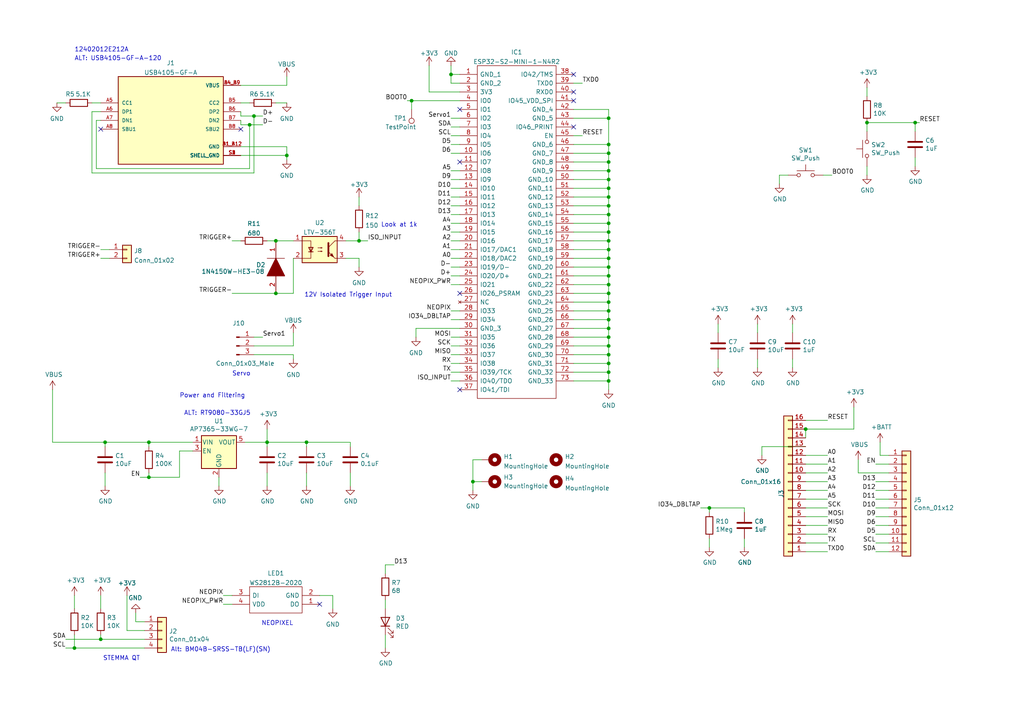
<source format=kicad_sch>
(kicad_sch (version 20211123) (generator eeschema)
  (paper "A4")
  (title_block (title "MiniMain ESP32-S2") (rev "2") (company "Department Of Alchemy") (comment 1 "Designer: Jesse Peterson") (comment 2 "Based On: Adafruit ESP32-S2 Feather"))
  (lib_symbols
    (symbol "Connector:Conn_01x03_Male" (pin_names (offset 1.016) hide)
      (property "Reference" "J" (at 0 5.08 0))
      (property "Value" "Conn_01x03_Male" (at 0 -5.08 0))
      (symbol "Conn_01x03_Male_1_1"
        (pin passive line (at 5.08 2.54 180) (length 3.81) (name "Pin_1") (number "1"))
        (pin passive line (at 5.08 0 180) (length 3.81) (name "Pin_2") (number "2"))
        (pin passive line (at 5.08 -2.54 180) (length 3.81) (name "Pin_3") (number "3"))
      )
    )
    (symbol "Connector:TestPoint" (pin_numbers hide) (pin_names (offset 0.762) hide)
      (property "Reference" "TP" (at 0 6.858 0))
      (property "Value" "TestPoint" (at 0 5.08 0))
      (symbol "TestPoint_1_1"
        (pin passive line (at 0 0 90) (length 2.54) (name "1") (number "1"))
      )
    )
    (symbol "Connector_Generic:Conn_01x02" (pin_names (offset 1.016) hide)
      (property "Reference" "J" (at 0 2.54 0))
      (property "Value" "Conn_01x02" (at 0 -5.08 0))
      (symbol "Conn_01x02_1_1"
        (pin passive line (at -5.08 0 0) (length 3.81) (name "Pin_1") (number "1"))
        (pin passive line (at -5.08 -2.54 0) (length 3.81) (name "Pin_2") (number "2"))
      )
    )
    (symbol "Connector_Generic:Conn_01x04" (pin_names (offset 1.016) hide)
      (property "Reference" "J" (at 0 5.08 0))
      (property "Value" "Conn_01x04" (at 0 -7.62 0))
      (symbol "Conn_01x04_1_1"
        (pin passive line (at -5.08 2.54 0) (length 3.81) (name "Pin_1") (number "1"))
        (pin passive line (at -5.08 0 0) (length 3.81) (name "Pin_2") (number "2"))
        (pin passive line (at -5.08 -2.54 0) (length 3.81) (name "Pin_3") (number "3"))
        (pin passive line (at -5.08 -5.08 0) (length 3.81) (name "Pin_4") (number "4"))
      )
    )
    (symbol "Connector_Generic:Conn_01x12" (pin_names (offset 1.016) hide)
      (property "Reference" "J" (at 0 15.24 0))
      (property "Value" "Conn_01x12" (at 0 -17.78 0))
      (symbol "Conn_01x12_1_1"
        (pin passive line (at -5.08 12.7 0) (length 3.81) (name "Pin_1") (number "1"))
        (pin passive line (at -5.08 -10.16 0) (length 3.81) (name "Pin_10") (number "10"))
        (pin passive line (at -5.08 -12.7 0) (length 3.81) (name "Pin_11") (number "11"))
        (pin passive line (at -5.08 -15.24 0) (length 3.81) (name "Pin_12") (number "12"))
        (pin passive line (at -5.08 10.16 0) (length 3.81) (name "Pin_2") (number "2"))
        (pin passive line (at -5.08 7.62 0) (length 3.81) (name "Pin_3") (number "3"))
        (pin passive line (at -5.08 5.08 0) (length 3.81) (name "Pin_4") (number "4"))
        (pin passive line (at -5.08 2.54 0) (length 3.81) (name "Pin_5") (number "5"))
        (pin passive line (at -5.08 0 0) (length 3.81) (name "Pin_6") (number "6"))
        (pin passive line (at -5.08 -2.54 0) (length 3.81) (name "Pin_7") (number "7"))
        (pin passive line (at -5.08 -5.08 0) (length 3.81) (name "Pin_8") (number "8"))
        (pin passive line (at -5.08 -7.62 0) (length 3.81) (name "Pin_9") (number "9"))
      )
    )
    (symbol "Connector_Generic:Conn_01x16" (pin_names (offset 1.016) hide)
      (property "Reference" "J" (at 0 20.32 0))
      (property "Value" "Conn_01x16" (at 0 -22.86 0))
      (symbol "Conn_01x16_1_1"
        (pin passive line (at -5.08 17.78 0) (length 3.81) (name "Pin_1") (number "1"))
        (pin passive line (at -5.08 -5.08 0) (length 3.81) (name "Pin_10") (number "10"))
        (pin passive line (at -5.08 -7.62 0) (length 3.81) (name "Pin_11") (number "11"))
        (pin passive line (at -5.08 -10.16 0) (length 3.81) (name "Pin_12") (number "12"))
        (pin passive line (at -5.08 -12.7 0) (length 3.81) (name "Pin_13") (number "13"))
        (pin passive line (at -5.08 -15.24 0) (length 3.81) (name "Pin_14") (number "14"))
        (pin passive line (at -5.08 -17.78 0) (length 3.81) (name "Pin_15") (number "15"))
        (pin passive line (at -5.08 -20.32 0) (length 3.81) (name "Pin_16") (number "16"))
        (pin passive line (at -5.08 15.24 0) (length 3.81) (name "Pin_2") (number "2"))
        (pin passive line (at -5.08 12.7 0) (length 3.81) (name "Pin_3") (number "3"))
        (pin passive line (at -5.08 10.16 0) (length 3.81) (name "Pin_4") (number "4"))
        (pin passive line (at -5.08 7.62 0) (length 3.81) (name "Pin_5") (number "5"))
        (pin passive line (at -5.08 5.08 0) (length 3.81) (name "Pin_6") (number "6"))
        (pin passive line (at -5.08 2.54 0) (length 3.81) (name "Pin_7") (number "7"))
        (pin passive line (at -5.08 0 0) (length 3.81) (name "Pin_8") (number "8"))
        (pin passive line (at -5.08 -2.54 0) (length 3.81) (name "Pin_9") (number "9"))
      )
    )
    (symbol "Device:C" (pin_numbers hide) (pin_names (offset 0.254))
      (property "Reference" "C" (at 0.635 2.54 0))
      (property "Value" "C" (at 0.635 -2.54 0))
      (symbol "C_1_1"
        (pin passive line (at 0 3.81 270) (length 2.794) (name "~") (number "1"))
        (pin passive line (at 0 -3.81 90) (length 2.794) (name "~") (number "2"))
      )
    )
    (symbol "Device:LED" (pin_numbers hide) (pin_names (offset 1.016) hide)
      (property "Reference" "D" (at 0 2.54 0))
      (property "Value" "LED" (at 0 -2.54 0))
      (symbol "LED_1_1"
        (pin passive line (at -3.81 0 0) (length 2.54) (name "K") (number "1"))
        (pin passive line (at 3.81 0 180) (length 2.54) (name "A") (number "2"))
      )
    )
    (symbol "Device:R" (pin_numbers hide) (pin_names (offset 0))
      (property "Reference" "R" (at 2.032 0 90))
      (property "Value" "R" (at 0 0 90))
      (symbol "R_1_1"
        (pin passive line (at 0 3.81 270) (length 1.27) (name "~") (number "1"))
        (pin passive line (at 0 -3.81 90) (length 1.27) (name "~") (number "2"))
      )
    )
    (symbol "Isolator:LTV-356T" (pin_names (offset 1.016))
      (property "Reference" "U" (at -5.334 4.826 0))
      (property "Value" "LTV-356T" (at 0 5.08 0))
      (symbol "LTV-356T_1_1"
        (pin passive line (at -7.62 2.54 0) (length 2.54) (name "~") (number "1"))
        (pin passive line (at -7.62 -2.54 0) (length 2.54) (name "~") (number "2"))
        (pin passive line (at 7.62 -2.54 180) (length 2.54) (name "~") (number "3"))
        (pin passive line (at 7.62 2.54 180) (length 2.54) (name "~") (number "4"))
      )
    )
    (symbol "Mechanical:MountingHole" (pin_names (offset 1.016))
      (property "Reference" "H" (at 0 5.08 0))
      (property "Value" "MountingHole" (at 0 3.175 0))
    )
    (symbol "Mechanical:MountingHole_Pad" (pin_numbers hide) (pin_names (offset 1.016) hide)
      (property "Reference" "H" (at 0 6.35 0))
      (property "Value" "MountingHole_Pad" (at 0 4.445 0))
      (symbol "MountingHole_Pad_1_1"
        (pin input line (at 0 -2.54 90) (length 2.54) (name "1") (number "1"))
      )
    )
    (symbol "Regulator_Linear:AP2112K-3.3" (pin_names (offset 0.254))
      (property "Reference" "U" (at -5.08 5.715 0))
      (property "Value" "AP2112K-3.3" (at 0 5.715 0))
      (symbol "AP2112K-3.3_1_1"
        (pin power_in line (at -7.62 2.54 0) (length 2.54) (name "VIN") (number "1"))
        (pin power_in line (at 0 -7.62 90) (length 2.54) (name "GND") (number "2"))
        (pin input line (at -7.62 0 0) (length 2.54) (name "EN") (number "3"))
        (pin no_connect line (at 5.08 0 180) (length 2.54) hide (name "NC") (number "4"))
        (pin power_out line (at 7.62 2.54 180) (length 2.54) (name "VOUT") (number "5"))
      )
    )
    (symbol "Switch:SW_Push" (pin_numbers hide) (pin_names (offset 1.016) hide)
      (property "Reference" "SW" (at 1.27 2.54 0))
      (property "Value" "SW_Push" (at 0 -1.524 0))
      (symbol "SW_Push_0_1"
        (pin passive line (at -5.08 0 0) (length 2.54) (name "1") (number "1"))
        (pin passive line (at 5.08 0 180) (length 2.54) (name "2") (number "2"))
      )
    )
    (symbol "doa-symbol-library:ESP32-S2-MINI-1-N4R2" (pin_names (offset 0.762))
      (property "Reference" "IC" (at 29.21 7.62 0))
      (property "Value" "ESP32-S2-MINI-1-N4R2" (at 29.21 5.08 0))
      (symbol "ESP32-S2-MINI-1-N4R2_0_0"
        (pin passive line (at 0 0 0) (length 5.08) (name "GND_1") (number "1"))
        (pin passive line (at 0 -22.86 0) (length 5.08) (name "IO6") (number "10"))
        (pin passive line (at 0 -25.4 0) (length 5.08) (name "IO7") (number "11"))
        (pin passive line (at 0 -27.94 0) (length 5.08) (name "IO8") (number "12"))
        (pin passive line (at 0 -30.48 0) (length 5.08) (name "IO9") (number "13"))
        (pin passive line (at 0 -33.02 0) (length 5.08) (name "IO10") (number "14"))
        (pin passive line (at 0 -35.56 0) (length 5.08) (name "IO11") (number "15"))
        (pin passive line (at 0 -38.1 0) (length 5.08) (name "IO12") (number "16"))
        (pin passive line (at 0 -40.64 0) (length 5.08) (name "IO13") (number "17"))
        (pin passive line (at 0 -43.18 0) (length 5.08) (name "IO14") (number "18"))
        (pin passive line (at 0 -45.72 0) (length 5.08) (name "IO15") (number "19"))
        (pin passive line (at 0 -2.54 0) (length 5.08) (name "GND_2") (number "2"))
        (pin passive line (at 0 -48.26 0) (length 5.08) (name "IO16") (number "20"))
        (pin passive line (at 0 -50.8 0) (length 5.08) (name "IO17/DAC1") (number "21"))
        (pin passive line (at 0 -53.34 0) (length 5.08) (name "IO18/DAC2") (number "22"))
        (pin passive line (at 0 -55.88 0) (length 5.08) (name "IO19/D-") (number "23"))
        (pin passive line (at 0 -58.42 0) (length 5.08) (name "IO20/D+") (number "24"))
        (pin passive line (at 0 -60.96 0) (length 5.08) (name "IO21") (number "25"))
        (pin passive line (at 0 -63.5 0) (length 5.08) (name "IO26_PSRAM") (number "26"))
        (pin no_connect line (at 0 -66.04 0) (length 5.08) (name "NC") (number "27"))
        (pin passive line (at 0 -68.58 0) (length 5.08) (name "IO33") (number "28"))
        (pin passive line (at 0 -71.12 0) (length 5.08) (name "IO34") (number "29"))
        (pin passive line (at 0 -5.08 0) (length 5.08) (name "3V3") (number "3"))
        (pin passive line (at 0 -73.66 0) (length 5.08) (name "GND_3") (number "30"))
        (pin passive line (at 0 -76.2 0) (length 5.08) (name "IO35") (number "31"))
        (pin passive line (at 0 -78.74 0) (length 5.08) (name "IO36") (number "32"))
        (pin passive line (at 0 -81.28 0) (length 5.08) (name "IO37") (number "33"))
        (pin passive line (at 0 -83.82 0) (length 5.08) (name "IO38") (number "34"))
        (pin passive line (at 0 -86.36 0) (length 5.08) (name "IO39/TCK") (number "35"))
        (pin passive line (at 0 -88.9 0) (length 5.08) (name "IO40/TDO") (number "36"))
        (pin passive line (at 0 -91.44 0) (length 5.08) (name "IO41/TDI") (number "37"))
        (pin passive line (at 33.02 0 180) (length 5.08) (name "IO42/TMS") (number "38"))
        (pin passive line (at 33.02 -2.54 180) (length 5.08) (name "TXD0") (number "39"))
        (pin passive line (at 0 -7.62 0) (length 5.08) (name "IO0") (number "4"))
        (pin passive line (at 33.02 -5.08 180) (length 5.08) (name "RXD0") (number "40"))
        (pin passive line (at 33.02 -7.62 180) (length 5.08) (name "IO45_VDD_SPI") (number "41"))
        (pin passive line (at 33.02 -10.16 180) (length 5.08) (name "GND_4") (number "42"))
        (pin passive line (at 33.02 -12.7 180) (length 5.08) (name "GND_5") (number "43"))
        (pin passive line (at 33.02 -15.24 180) (length 5.08) (name "IO46_PRINT") (number "44"))
        (pin passive line (at 33.02 -17.78 180) (length 5.08) (name "EN") (number "45"))
        (pin passive line (at 33.02 -20.32 180) (length 5.08) (name "GND_6") (number "46"))
        (pin passive line (at 33.02 -22.86 180) (length 5.08) (name "GND_7") (number "47"))
        (pin passive line (at 33.02 -25.4 180) (length 5.08) (name "GND_8") (number "48"))
        (pin passive line (at 33.02 -27.94 180) (length 5.08) (name "GND_9") (number "49"))
        (pin passive line (at 0 -10.16 0) (length 5.08) (name "IO1") (number "5"))
        (pin passive line (at 33.02 -30.48 180) (length 5.08) (name "GND_10") (number "50"))
        (pin passive line (at 33.02 -33.02 180) (length 5.08) (name "GND_11") (number "51"))
        (pin passive line (at 33.02 -35.56 180) (length 5.08) (name "GND_12") (number "52"))
        (pin passive line (at 33.02 -38.1 180) (length 5.08) (name "GND_13") (number "53"))
        (pin passive line (at 33.02 -40.64 180) (length 5.08) (name "GND_14") (number "54"))
        (pin passive line (at 33.02 -43.18 180) (length 5.08) (name "GND_15") (number "55"))
        (pin passive line (at 33.02 -45.72 180) (length 5.08) (name "GND_16") (number "56"))
        (pin passive line (at 33.02 -48.26 180) (length 5.08) (name "GND_17") (number "57"))
        (pin passive line (at 33.02 -50.8 180) (length 5.08) (name "GND_18") (number "58"))
        (pin passive line (at 33.02 -53.34 180) (length 5.08) (name "GND_19") (number "59"))
        (pin passive line (at 0 -12.7 0) (length 5.08) (name "IO2") (number "6"))
        (pin passive line (at 33.02 -55.88 180) (length 5.08) (name "GND_20") (number "60"))
        (pin passive line (at 33.02 -58.42 180) (length 5.08) (name "GND_21") (number "61"))
        (pin passive line (at 33.02 -60.96 180) (length 5.08) (name "GND_22") (number "62"))
        (pin passive line (at 33.02 -63.5 180) (length 5.08) (name "GND_23") (number "63"))
        (pin passive line (at 33.02 -66.04 180) (length 5.08) (name "GND_24") (number "64"))
        (pin passive line (at 33.02 -68.58 180) (length 5.08) (name "GND_25") (number "65"))
        (pin passive line (at 33.02 -71.12 180) (length 5.08) (name "GND_26") (number "66"))
        (pin passive line (at 33.02 -73.66 180) (length 5.08) (name "GND_27") (number "67"))
        (pin passive line (at 33.02 -76.2 180) (length 5.08) (name "GND_28") (number "68"))
        (pin passive line (at 33.02 -78.74 180) (length 5.08) (name "GND_29") (number "69"))
        (pin passive line (at 0 -15.24 0) (length 5.08) (name "IO3") (number "7"))
        (pin passive line (at 33.02 -81.28 180) (length 5.08) (name "GND_30") (number "70"))
        (pin passive line (at 33.02 -83.82 180) (length 5.08) (name "GND_31") (number "71"))
        (pin passive line (at 33.02 -86.36 180) (length 5.08) (name "GND_32") (number "72"))
        (pin passive line (at 33.02 -88.9 180) (length 5.08) (name "GND_33") (number "73"))
        (pin passive line (at 0 -17.78 0) (length 5.08) (name "IO4") (number "8"))
        (pin passive line (at 0 -20.32 0) (length 5.08) (name "IO5") (number "9"))
      )
    )
    (symbol "doa-symbol-library:S1GTR" (pin_names (offset 0.762))
      (property "Reference" "D" (at 6.35 6.35 0))
      (property "Value" "S1GTR" (at 6.35 3.81 0))
      (symbol "S1GTR_0_0"
        (pin passive line (at 0 0 0) (length 5.08) (name "~") (number "1"))
        (pin passive line (at 15.24 0 180) (length 5.08) (name "~") (number "2"))
      )
    )
    (symbol "doa-symbol-library:USB4105-GF-A" (pin_names (offset 1.016))
      (property "Reference" "J" (at -15.24 13.97 0))
      (property "Value" "USB4105-GF-A" (at -15.24 -15.24 0))
      (symbol "USB4105-GF-A_0_0"
        (pin power_in line (at 20.32 -7.62 180) (length 5.08) (name "GND") (number "A1_B12"))
        (pin power_in line (at 20.32 10.16 180) (length 5.08) (name "VBUS") (number "A4_B9"))
        (pin bidirectional line (at -20.32 5.08 0) (length 5.08) (name "CC1") (number "A5"))
        (pin bidirectional line (at -20.32 2.54 0) (length 5.08) (name "DP1") (number "A6"))
        (pin bidirectional line (at -20.32 0 0) (length 5.08) (name "DN1") (number "A7"))
        (pin bidirectional line (at -20.32 -2.54 0) (length 5.08) (name "SBU1") (number "A8"))
        (pin power_in line (at 20.32 -7.62 180) (length 5.08) (name "GND") (number "B1_A12"))
        (pin power_in line (at 20.32 10.16 180) (length 5.08) (name "VBUS") (number "B4_A9"))
        (pin bidirectional line (at 20.32 5.08 180) (length 5.08) (name "CC2") (number "B5"))
        (pin bidirectional line (at 20.32 2.54 180) (length 5.08) (name "DP2") (number "B6"))
        (pin bidirectional line (at 20.32 0 180) (length 5.08) (name "DN2") (number "B7"))
        (pin bidirectional line (at 20.32 -2.54 180) (length 5.08) (name "SBU2") (number "B8"))
        (pin power_in line (at 20.32 -10.16 180) (length 5.08) (name "SHELL_GND") (number "S1"))
        (pin power_in line (at 20.32 -10.16 180) (length 5.08) (name "SHELL_GND") (number "S2"))
        (pin power_in line (at 20.32 -10.16 180) (length 5.08) (name "SHELL_GND") (number "S3"))
        (pin power_in line (at 20.32 -10.16 180) (length 5.08) (name "SHELL_GND") (number "S4"))
      )
    )
    (symbol "doa-symbol-library:WS2812B-2020" (pin_names (offset 0.762))
      (property "Reference" "LED" (at 21.59 7.62 0))
      (property "Value" "WS2812B-2020" (at 21.59 5.08 0))
      (symbol "WS2812B-2020_0_0"
        (pin passive line (at 25.4 -2.54 180) (length 5.08) (name "DO") (number "1"))
        (pin passive line (at 25.4 0 180) (length 5.08) (name "GND") (number "2"))
        (pin passive line (at 0 0 0) (length 5.08) (name "DI") (number "3"))
        (pin passive line (at 0 -2.54 0) (length 5.08) (name "VDD") (number "4"))
      )
    )
    (symbol "power:+3.3V" (power) (pin_names (offset 0))
      (property "Value" "+3.3V" (at 0 3.556 0))
      (symbol "+3.3V_1_1"
        (pin power_in line (at 0 0 90) (length 0) hide (name "+3V3") (number "1"))
      )
    )
    (symbol "power:+3V3" (power) (pin_names (offset 0))
      (property "Value" "+3V3" (at 0 3.556 0))
      (symbol "+3V3_1_1"
        (pin power_in line (at 0 0 90) (length 0) hide (name "+3V3") (number "1"))
      )
    )
    (symbol "power:+BATT" (power) (pin_names (offset 0))
      (property "Value" "+BATT" (at 0 3.556 0))
      (symbol "+BATT_1_1"
        (pin power_in line (at 0 0 90) (length 0) hide (name "+BATT") (number "1"))
      )
    )
    (symbol "power:GND" (power) (pin_names (offset 0))
      (property "Value" "GND" (at 0 -3.81 0))
      (symbol "GND_1_1"
        (pin power_in line (at 0 0 270) (length 0) hide (name "GND") (number "1"))
      )
    )
    (symbol "power:VBUS" (power) (pin_names (offset 0))
      (property "Value" "VBUS" (at 0 3.81 0))
      (symbol "VBUS_1_1"
        (pin power_in line (at 0 0 90) (length 0) hide (name "VBUS") (number "1"))
      )
    )
  )
  (junction (at 73.66 33.655))
  (junction (at 176.53 57.15))
  (junction (at 176.53 107.95))
  (junction (at 176.53 74.93))
  (junction (at 176.53 110.49))
  (junction (at 176.53 59.69))
  (junction (at 119.38 29.21))
  (junction (at 72.39 36.195))
  (junction (at 137.16 139.7))
  (junction (at 176.53 72.39))
  (junction (at 176.53 85.09))
  (junction (at 176.53 105.41))
  (junction (at 77.47 128.27))
  (junction (at 176.53 52.07))
  (junction (at 88.9 128.27))
  (junction (at 30.48 128.27))
  (junction (at 265.43 35.56))
  (junction (at 176.53 46.99))
  (junction (at 80.01 69.85))
  (junction (at 176.53 95.25))
  (junction (at 176.53 92.71))
  (junction (at 176.53 82.55))
  (junction (at 205.74 147.32))
  (junction (at 176.53 64.77))
  (junction (at 176.53 67.31))
  (junction (at 176.53 41.91))
  (junction (at 176.53 77.47))
  (junction (at 176.53 69.85))
  (junction (at 176.53 49.53))
  (junction (at 43.18 128.27))
  (junction (at 104.14 69.85))
  (junction (at 176.53 80.01))
  (junction (at 176.53 44.45))
  (junction (at 176.53 90.17))
  (junction (at 176.53 97.79))
  (junction (at 43.18 138.43))
  (junction (at 176.53 100.33))
  (junction (at 233.68 124.46))
  (junction (at 83.185 45.085))
  (junction (at 176.53 34.29))
  (junction (at 176.53 87.63))
  (junction (at 176.53 54.61))
  (junction (at 21.59 187.96))
  (junction (at 80.01 85.09))
  (junction (at 251.46 35.56))
  (junction (at 176.53 102.87))
  (junction (at 29.21 185.42))
  (junction (at 176.53 62.23))
  (junction (at 130.81 21.59))
  (no_connect (at 69.85 37.465))
  (no_connect (at 29.21 37.465))
  (no_connect (at 92.71 175.26))
  (no_connect (at 133.35 85.09))
  (no_connect (at 133.35 31.75))
  (no_connect (at 133.35 46.99))
  (no_connect (at 166.37 21.59))
  (no_connect (at 166.37 26.67))
  (no_connect (at 166.37 36.83))
  (no_connect (at 166.37 29.21))
  (no_connect (at 133.35 113.03))
  (wire (pts (xy 248.92 137.16) (xy 248.92 133.35)))
  (wire (pts (xy 130.81 54.61) (xy 133.35 54.61)))
  (wire (pts (xy 251.46 50.8) (xy 251.46 48.26)))
  (wire (pts (xy 120.65 95.25) (xy 120.65 97.79)))
  (wire (pts (xy 240.03 139.7) (xy 233.68 139.7)))
  (wire (pts (xy 130.81 52.07) (xy 133.35 52.07)))
  (wire (pts (xy 85.09 74.93) (xy 85.09 85.09)))
  (wire (pts (xy 101.6 140.97) (xy 101.6 137.16)))
  (wire (pts (xy 130.81 80.01) (xy 133.35 80.01)))
  (wire (pts (xy 85.09 100.33) (xy 85.09 96.52)))
  (wire (pts (xy 176.53 97.79) (xy 176.53 100.33)))
  (wire (pts (xy 176.53 102.87) (xy 176.53 105.41)))
  (wire (pts (xy 15.24 113.03) (xy 15.24 128.27)))
  (wire (pts (xy 77.47 124.46) (xy 77.47 128.27)))
  (wire (pts (xy 240.03 137.16) (xy 233.68 137.16)))
  (wire (pts (xy 43.18 128.27) (xy 43.18 129.54)))
  (wire (pts (xy 176.53 77.47) (xy 176.53 80.01)))
  (wire (pts (xy 176.53 52.07) (xy 176.53 54.61)))
  (wire (pts (xy 176.53 85.09) (xy 176.53 87.63)))
  (wire (pts (xy 85.09 102.87) (xy 85.09 104.14)))
  (wire (pts (xy 21.59 187.96) (xy 19.05 187.96)))
  (wire (pts (xy 69.85 29.845) (xy 72.39 29.845)))
  (wire (pts (xy 254 144.78) (xy 257.81 144.78)))
  (wire (pts (xy 139.7 133.35) (xy 137.16 133.35)))
  (wire (pts (xy 166.37 77.47) (xy 176.53 77.47)))
  (wire (pts (xy 257.81 157.48) (xy 254 157.48)))
  (wire (pts (xy 166.37 72.39) (xy 176.53 72.39)))
  (wire (pts (xy 88.9 128.27) (xy 77.47 128.27)))
  (wire (pts (xy 30.48 140.97) (xy 30.48 137.16)))
  (wire (pts (xy 176.53 72.39) (xy 176.53 74.93)))
  (wire (pts (xy 130.81 90.17) (xy 133.35 90.17)))
  (wire (pts (xy 240.03 154.94) (xy 233.68 154.94)))
  (wire (pts (xy 176.53 74.93) (xy 176.53 77.47)))
  (wire (pts (xy 100.33 74.93) (xy 104.14 74.93)))
  (wire (pts (xy 176.53 57.15) (xy 176.53 59.69)))
  (wire (pts (xy 208.28 96.52) (xy 208.28 93.98)))
  (wire (pts (xy 104.14 67.31) (xy 104.14 69.85)))
  (wire (pts (xy 257.81 152.4) (xy 254 152.4)))
  (wire (pts (xy 226.06 53.34) (xy 226.06 50.8)))
  (wire (pts (xy 26.67 29.845) (xy 29.21 29.845)))
  (wire (pts (xy 104.14 74.93) (xy 104.14 77.47)))
  (wire (pts (xy 137.16 133.35) (xy 137.16 139.7)))
  (wire (pts (xy 240.03 144.78) (xy 233.68 144.78)))
  (wire (pts (xy 247.65 124.46) (xy 247.65 118.11)))
  (wire (pts (xy 166.37 85.09) (xy 176.53 85.09)))
  (wire (pts (xy 101.6 129.54) (xy 101.6 128.27)))
  (wire (pts (xy 176.53 54.61) (xy 176.53 57.15)))
  (wire (pts (xy 55.88 128.27) (xy 43.18 128.27)))
  (wire (pts (xy 133.35 26.67) (xy 124.46 26.67)))
  (wire (pts (xy 176.53 41.91) (xy 176.53 44.45)))
  (wire (pts (xy 83.185 22.225) (xy 83.185 24.765)))
  (wire (pts (xy 166.37 44.45) (xy 176.53 44.45)))
  (wire (pts (xy 130.81 110.49) (xy 133.35 110.49)))
  (wire (pts (xy 240.03 121.92) (xy 233.68 121.92)))
  (wire (pts (xy 130.81 57.15) (xy 133.35 57.15)))
  (wire (pts (xy 92.71 172.72) (xy 96.52 172.72)))
  (wire (pts (xy 254 134.62) (xy 257.81 134.62)))
  (wire (pts (xy 241.3 50.8) (xy 238.76 50.8)))
  (wire (pts (xy 29.21 34.925) (xy 27.94 34.925)))
  (wire (pts (xy 67.31 85.09) (xy 80.01 85.09)))
  (wire (pts (xy 130.81 24.13) (xy 133.35 24.13)))
  (wire (pts (xy 26.67 32.385) (xy 26.67 50.165)))
  (wire (pts (xy 41.91 180.34) (xy 39.37 180.34)))
  (wire (pts (xy 176.53 46.99) (xy 176.53 49.53)))
  (wire (pts (xy 118.11 29.21) (xy 119.38 29.21)))
  (wire (pts (xy 166.37 67.31) (xy 176.53 67.31)))
  (wire (pts (xy 166.37 69.85) (xy 176.53 69.85)))
  (wire (pts (xy 29.21 32.385) (xy 26.67 32.385)))
  (wire (pts (xy 166.37 82.55) (xy 176.53 82.55)))
  (wire (pts (xy 130.81 19.05) (xy 130.81 21.59)))
  (wire (pts (xy 176.53 69.85) (xy 176.53 72.39)))
  (wire (pts (xy 208.28 104.14) (xy 208.28 106.68)))
  (wire (pts (xy 176.53 31.75) (xy 176.53 34.29)))
  (wire (pts (xy 229.87 96.52) (xy 229.87 93.98)))
  (wire (pts (xy 72.39 48.895) (xy 72.39 36.195)))
  (wire (pts (xy 166.37 24.13) (xy 168.91 24.13)))
  (wire (pts (xy 21.59 184.15) (xy 21.59 187.96)))
  (wire (pts (xy 257.81 142.24) (xy 254 142.24)))
  (wire (pts (xy 166.37 64.77) (xy 176.53 64.77)))
  (wire (pts (xy 124.46 26.67) (xy 124.46 19.05)))
  (wire (pts (xy 130.81 62.23) (xy 133.35 62.23)))
  (wire (pts (xy 80.01 69.85) (xy 85.09 69.85)))
  (wire (pts (xy 166.37 87.63) (xy 176.53 87.63)))
  (wire (pts (xy 176.53 90.17) (xy 176.53 92.71)))
  (wire (pts (xy 130.81 21.59) (xy 133.35 21.59)))
  (wire (pts (xy 166.37 97.79) (xy 176.53 97.79)))
  (wire (pts (xy 166.37 41.91) (xy 176.53 41.91)))
  (wire (pts (xy 69.85 42.545) (xy 83.185 42.545)))
  (wire (pts (xy 130.81 72.39) (xy 133.35 72.39)))
  (wire (pts (xy 166.37 107.95) (xy 176.53 107.95)))
  (wire (pts (xy 176.53 34.29) (xy 176.53 41.91)))
  (wire (pts (xy 69.85 24.765) (xy 83.185 24.765)))
  (wire (pts (xy 69.85 45.085) (xy 83.185 45.085)))
  (wire (pts (xy 43.18 138.43) (xy 52.07 138.43)))
  (wire (pts (xy 176.53 95.25) (xy 176.53 97.79)))
  (wire (pts (xy 130.81 74.93) (xy 133.35 74.93)))
  (wire (pts (xy 52.07 130.81) (xy 55.88 130.81)))
  (wire (pts (xy 43.18 138.43) (xy 43.18 137.16)))
  (wire (pts (xy 176.53 105.41) (xy 176.53 107.95)))
  (wire (pts (xy 73.66 100.33) (xy 85.09 100.33)))
  (wire (pts (xy 166.37 34.29) (xy 176.53 34.29)))
  (wire (pts (xy 166.37 110.49) (xy 176.53 110.49)))
  (wire (pts (xy 73.66 33.655) (xy 76.2 33.655)))
  (wire (pts (xy 215.9 148.59) (xy 215.9 147.32)))
  (wire (pts (xy 176.53 100.33) (xy 176.53 102.87)))
  (wire (pts (xy 100.33 69.85) (xy 104.14 69.85)))
  (wire (pts (xy 15.24 128.27) (xy 30.48 128.27)))
  (wire (pts (xy 80.01 29.845) (xy 83.185 29.845)))
  (wire (pts (xy 29.21 176.53) (xy 29.21 172.72)))
  (wire (pts (xy 130.81 36.83) (xy 133.35 36.83)))
  (wire (pts (xy 73.66 50.165) (xy 73.66 33.655)))
  (wire (pts (xy 257.81 132.08) (xy 255.27 132.08)))
  (wire (pts (xy 255.27 132.08) (xy 255.27 128.27)))
  (wire (pts (xy 240.03 160.02) (xy 233.68 160.02)))
  (wire (pts (xy 176.53 82.55) (xy 176.53 85.09)))
  (wire (pts (xy 27.94 34.925) (xy 27.94 48.895)))
  (wire (pts (xy 88.9 137.16) (xy 88.9 140.97)))
  (wire (pts (xy 130.81 97.79) (xy 133.35 97.79)))
  (wire (pts (xy 233.68 129.54) (xy 220.98 129.54)))
  (wire (pts (xy 73.66 97.79) (xy 76.2 97.79)))
  (wire (pts (xy 130.81 69.85) (xy 133.35 69.85)))
  (wire (pts (xy 166.37 100.33) (xy 176.53 100.33)))
  (wire (pts (xy 254 160.02) (xy 257.81 160.02)))
  (wire (pts (xy 77.47 137.16) (xy 77.47 140.97)))
  (wire (pts (xy 130.81 41.91) (xy 133.35 41.91)))
  (wire (pts (xy 36.83 172.72) (xy 36.83 182.88)))
  (wire (pts (xy 251.46 35.56) (xy 251.46 38.1)))
  (wire (pts (xy 215.9 147.32) (xy 205.74 147.32)))
  (wire (pts (xy 254 149.86) (xy 257.81 149.86)))
  (wire (pts (xy 166.37 90.17) (xy 176.53 90.17)))
  (wire (pts (xy 166.37 95.25) (xy 176.53 95.25)))
  (wire (pts (xy 266.7 35.56) (xy 265.43 35.56)))
  (wire (pts (xy 176.53 92.71) (xy 176.53 95.25)))
  (wire (pts (xy 130.81 102.87) (xy 133.35 102.87)))
  (wire (pts (xy 114.3 163.83) (xy 111.76 163.83)))
  (wire (pts (xy 71.12 128.27) (xy 77.47 128.27)))
  (wire (pts (xy 26.67 50.165) (xy 73.66 50.165)))
  (wire (pts (xy 229.87 104.14) (xy 229.87 106.68)))
  (wire (pts (xy 240.03 132.08) (xy 233.68 132.08)))
  (wire (pts (xy 205.74 156.21) (xy 205.74 158.75)))
  (wire (pts (xy 76.2 36.195) (xy 72.39 36.195)))
  (wire (pts (xy 254 139.7) (xy 257.81 139.7)))
  (wire (pts (xy 215.9 156.21) (xy 215.9 158.75)))
  (wire (pts (xy 104.14 57.15) (xy 104.14 59.69)))
  (wire (pts (xy 111.76 163.83) (xy 111.76 166.37)))
  (wire (pts (xy 119.38 29.21) (xy 133.35 29.21)))
  (wire (pts (xy 29.21 184.15) (xy 29.21 185.42)))
  (wire (pts (xy 166.37 92.71) (xy 176.53 92.71)))
  (wire (pts (xy 176.53 110.49) (xy 176.53 113.03)))
  (wire (pts (xy 130.81 100.33) (xy 133.35 100.33)))
  (wire (pts (xy 39.37 180.34) (xy 39.37 177.8)))
  (wire (pts (xy 111.76 173.99) (xy 111.76 176.53)))
  (wire (pts (xy 29.21 72.39) (xy 31.75 72.39)))
  (wire (pts (xy 29.21 185.42) (xy 19.05 185.42)))
  (wire (pts (xy 73.66 33.655) (xy 69.85 33.655)))
  (wire (pts (xy 176.53 44.45) (xy 176.53 46.99)))
  (wire (pts (xy 220.98 129.54) (xy 220.98 132.08)))
  (wire (pts (xy 30.48 129.54) (xy 30.48 128.27)))
  (wire (pts (xy 137.16 139.7) (xy 137.16 142.24)))
  (wire (pts (xy 16.51 29.845) (xy 19.05 29.845)))
  (wire (pts (xy 36.83 182.88) (xy 41.91 182.88)))
  (wire (pts (xy 64.77 175.26) (xy 67.31 175.26)))
  (wire (pts (xy 137.16 139.7) (xy 139.7 139.7)))
  (wire (pts (xy 72.39 36.195) (xy 69.85 36.195)))
  (wire (pts (xy 257.81 147.32) (xy 254 147.32)))
  (wire (pts (xy 166.37 39.37) (xy 168.91 39.37)))
  (wire (pts (xy 233.68 127) (xy 233.68 124.46)))
  (wire (pts (xy 240.03 152.4) (xy 233.68 152.4)))
  (wire (pts (xy 166.37 49.53) (xy 176.53 49.53)))
  (wire (pts (xy 29.21 74.93) (xy 31.75 74.93)))
  (wire (pts (xy 130.81 92.71) (xy 133.35 92.71)))
  (wire (pts (xy 176.53 87.63) (xy 176.53 90.17)))
  (wire (pts (xy 119.38 29.21) (xy 119.38 31.75)))
  (wire (pts (xy 176.53 49.53) (xy 176.53 52.07)))
  (wire (pts (xy 77.47 128.27) (xy 77.47 129.54)))
  (wire (pts (xy 166.37 31.75) (xy 176.53 31.75)))
  (wire (pts (xy 64.77 172.72) (xy 67.31 172.72)))
  (wire (pts (xy 205.74 147.32) (xy 205.74 148.59)))
  (wire (pts (xy 166.37 54.61) (xy 176.53 54.61)))
  (wire (pts (xy 130.81 44.45) (xy 133.35 44.45)))
  (wire (pts (xy 203.2 147.32) (xy 205.74 147.32)))
  (wire (pts (xy 166.37 57.15) (xy 176.53 57.15)))
  (wire (pts (xy 96.52 172.72) (xy 96.52 176.53)))
  (wire (pts (xy 254 154.94) (xy 257.81 154.94)))
  (wire (pts (xy 176.53 64.77) (xy 176.53 67.31)))
  (wire (pts (xy 166.37 52.07) (xy 176.53 52.07)))
  (wire (pts (xy 63.5 140.97) (xy 63.5 138.43)))
  (wire (pts (xy 240.03 147.32) (xy 233.68 147.32)))
  (wire (pts (xy 69.85 33.655) (xy 69.85 32.385)))
  (wire (pts (xy 130.81 59.69) (xy 133.35 59.69)))
  (wire (pts (xy 240.03 149.86) (xy 233.68 149.86)))
  (wire (pts (xy 30.48 128.27) (xy 43.18 128.27)))
  (wire (pts (xy 265.43 35.56) (xy 251.46 35.56)))
  (wire (pts (xy 133.35 95.25) (xy 120.65 95.25)))
  (wire (pts (xy 166.37 105.41) (xy 176.53 105.41)))
  (wire (pts (xy 21.59 176.53) (xy 21.59 172.72)))
  (wire (pts (xy 77.47 69.85) (xy 80.01 69.85)))
  (wire (pts (xy 219.71 96.52) (xy 219.71 93.98)))
  (wire (pts (xy 130.81 67.31) (xy 133.35 67.31)))
  (wire (pts (xy 130.81 39.37) (xy 133.35 39.37)))
  (wire (pts (xy 130.81 105.41) (xy 133.35 105.41)))
  (wire (pts (xy 240.03 142.24) (xy 233.68 142.24)))
  (wire (pts (xy 265.43 48.26) (xy 265.43 45.72)))
  (wire (pts (xy 111.76 184.15) (xy 111.76 187.96)))
  (wire (pts (xy 219.71 104.14) (xy 219.71 106.68)))
  (wire (pts (xy 69.85 36.195) (xy 69.85 34.925)))
  (wire (pts (xy 101.6 128.27) (xy 88.9 128.27)))
  (wire (pts (xy 240.03 134.62) (xy 233.68 134.62)))
  (wire (pts (xy 130.81 107.95) (xy 133.35 107.95)))
  (wire (pts (xy 176.53 80.01) (xy 176.53 82.55)))
  (wire (pts (xy 27.94 48.895) (xy 72.39 48.895)))
  (wire (pts (xy 83.185 45.085) (xy 83.185 46.355)))
  (wire (pts (xy 176.53 62.23) (xy 176.53 64.77)))
  (wire (pts (xy 130.81 77.47) (xy 133.35 77.47)))
  (wire (pts (xy 265.43 38.1) (xy 265.43 35.56)))
  (wire (pts (xy 130.81 34.29) (xy 133.35 34.29)))
  (wire (pts (xy 166.37 46.99) (xy 176.53 46.99)))
  (wire (pts (xy 104.14 69.85) (xy 106.68 69.85)))
  (wire (pts (xy 176.53 59.69) (xy 176.53 62.23)))
  (wire (pts (xy 85.09 85.09) (xy 80.01 85.09)))
  (wire (pts (xy 130.81 82.55) (xy 133.35 82.55)))
  (wire (pts (xy 83.185 42.545) (xy 83.185 45.085)))
  (wire (pts (xy 73.66 102.87) (xy 85.09 102.87)))
  (wire (pts (xy 130.81 64.77) (xy 133.35 64.77)))
  (wire (pts (xy 41.91 185.42) (xy 29.21 185.42)))
  (wire (pts (xy 130.81 49.53) (xy 133.35 49.53)))
  (wire (pts (xy 166.37 62.23) (xy 176.53 62.23)))
  (wire (pts (xy 176.53 107.95) (xy 176.53 110.49)))
  (wire (pts (xy 67.31 69.85) (xy 69.85 69.85)))
  (wire (pts (xy 166.37 80.01) (xy 176.53 80.01)))
  (wire (pts (xy 226.06 50.8) (xy 228.6 50.8)))
  (wire (pts (xy 251.46 25.4) (xy 251.46 27.94)))
  (wire (pts (xy 130.81 21.59) (xy 130.81 24.13)))
  (wire (pts (xy 40.64 138.43) (xy 43.18 138.43)))
  (wire (pts (xy 240.03 157.48) (xy 233.68 157.48)))
  (wire (pts (xy 166.37 59.69) (xy 176.53 59.69)))
  (wire (pts (xy 233.68 124.46) (xy 247.65 124.46)))
  (wire (pts (xy 52.07 138.43) (xy 52.07 130.81)))
  (wire (pts (xy 88.9 129.54) (xy 88.9 128.27)))
  (wire (pts (xy 257.81 137.16) (xy 248.92 137.16)))
  (wire (pts (xy 166.37 102.87) (xy 176.53 102.87)))
  (wire (pts (xy 166.37 74.93) (xy 176.53 74.93)))
  (wire (pts (xy 41.91 187.96) (xy 21.59 187.96)))
  (wire (pts (xy 176.53 67.31) (xy 176.53 69.85)))
  (text "Alt: BM04B-SRSS-TB(LF)(SN)" (at 49.53 189.23 0) (effects (font (size 1.27 1.27)) (justify left bottom)))
  (text "ALT: RT9080-33GJ5" (at 53.34 120.65 0) (effects (font (size 1.27 1.27)) (justify left bottom)))
  (text "NEOPIXEL" (at 85.09 181.61 180) (effects (font (size 1.27 1.27)) (justify right bottom)))
  (text "12402012E212A" (at 21.59 15.24 0) (effects (font (size 1.27 1.27)) (justify left bottom)))
  (text "12V Isolated Trigger Input" (at 88.265 86.36 0) (effects (font (size 1.27 1.27)) (justify left bottom)))
  (text "ALT: USB4105-GF-A-120" (at 21.59 17.78 0) (effects (font (size 1.27 1.27)) (justify left bottom)))
  (text "STEMMA QT" (at 40.64 191.77 180) (effects (font (size 1.27 1.27)) (justify right bottom)))
  (text "Look at 1k" (at 110.49 66.04 0) (effects (font (size 1.27 1.27)) (justify left bottom)))
  (text "Servo" (at 67.31 109.22 0) (effects (font (size 1.27 1.27)) (justify left bottom)))
  (text "Power and Filtering" (at 52.07 115.57 0) (effects (font (size 1.27 1.27)) (justify left bottom)))
  (label "RX" (at 240.03 154.94 0))
  (label "SDA" (at 19.05 185.42 180))
  (label "SCL" (at 130.81 39.37 180))
  (label "D+" (at 76.2 33.655 0))
  (label "A4" (at 240.03 142.24 0))
  (label "RESET" (at 266.7 35.56 0))
  (label "A5" (at 240.03 144.78 0))
  (label "IO34_DBLTAP" (at 130.81 92.71 180))
  (label "MISO" (at 130.81 102.87 180))
  (label "D-" (at 130.81 77.47 180))
  (label "ISO_INPUT" (at 130.81 110.49 180))
  (label "RESET" (at 240.03 121.92 0))
  (label "NEOPIX_PWR" (at 64.77 175.26 180))
  (label "D12" (at 254 142.24 180))
  (label "A5" (at 130.81 49.53 180))
  (label "SCK" (at 240.03 147.32 0))
  (label "D13" (at 114.3 163.83 0))
  (label "D11" (at 130.81 57.15 180))
  (label "D5" (at 130.81 41.91 180))
  (label "TRIGGER+" (at 67.31 69.85 180))
  (label "D9" (at 254 149.86 180))
  (label "IO34_DBLTAP" (at 203.2 147.32 180))
  (label "BOOT0" (at 241.3 50.8 0))
  (label "D5" (at 254 154.94 180))
  (label "A2" (at 130.81 69.85 180))
  (label "A3" (at 130.81 67.31 180))
  (label "D13" (at 254 139.7 180))
  (label "EN" (at 40.64 138.43 180))
  (label "A2" (at 240.03 137.16 0))
  (label "RX" (at 130.81 105.41 180))
  (label "SDA" (at 130.81 36.83 180))
  (label "A4" (at 130.81 64.77 180))
  (label "D-" (at 76.2 36.195 0))
  (label "NEOPIX_PWR" (at 130.81 82.55 180))
  (label "TRIGGER+" (at 29.21 74.93 180))
  (label "NEOPIX" (at 130.81 90.17 180))
  (label "BOOT0" (at 118.11 29.21 180))
  (label "MOSI" (at 130.81 97.79 180))
  (label "A0" (at 130.81 74.93 180))
  (label "Servo1" (at 130.81 34.29 180))
  (label "SCK" (at 130.81 100.33 180))
  (label "TX" (at 130.81 107.95 180))
  (label "SDA" (at 254 160.02 180))
  (label "TRIGGER-" (at 67.31 85.09 180))
  (label "TX" (at 240.03 157.48 0))
  (label "MOSI" (at 240.03 149.86 0))
  (label "MISO" (at 240.03 152.4 0))
  (label "D11" (at 254 144.78 180))
  (label "D10" (at 130.81 54.61 180))
  (label "RESET" (at 168.91 39.37 0))
  (label "SCL" (at 19.05 187.96 180))
  (label "ISO_INPUT" (at 106.68 69.85 0))
  (label "A0" (at 240.03 132.08 0))
  (label "EN" (at 254 134.62 180))
  (label "D+" (at 130.81 80.01 180))
  (label "SCL" (at 254 157.48 180))
  (label "NEOPIX" (at 64.77 172.72 180))
  (label "A3" (at 240.03 139.7 0))
  (label "D6" (at 254 152.4 180))
  (label "A1" (at 240.03 134.62 0))
  (label "TXD0" (at 168.91 24.13 0))
  (label "D12" (at 130.81 59.69 180))
  (label "TRIGGER-" (at 29.21 72.39 180))
  (label "TXD0" (at 240.03 160.02 0))
  (label "D9" (at 130.81 52.07 180))
  (label "D10" (at 254 147.32 180))
  (label "D13" (at 130.81 62.23 180))
  (label "Servo1" (at 76.2 97.79 0))
  (label "A1" (at 130.81 72.39 180))
  (label "D6" (at 130.81 44.45 180))
  (symbol (lib_id "Connector_Generic:Conn_01x12") (at 262.89 144.78 0) (unit 1)
    (property "Reference" "J5" (at 264.922 144.9832 0) (effects (justify left)))
    (property "Value" "Conn_01x12" (at 264.922 147.2946 0) (effects (justify left)))
    (property "Footprint" "doa-footprint-library:PinHeaderPlain_1x12_P2.54mm_Vertical" (effects hide))
  )
  (symbol (lib_id "Connector_Generic:Conn_01x16") (at 228.6 142.24 180) (unit 1)
    (property "Reference" "J3" (at 226.568 142.0368 90) (effects (justify left)))
    (property "Value" "Conn_01x16" (at 226.568 139.7254 0) (effects (justify left)))
    (property "Footprint" "doa-footprint-library:PinHeaderPlain_1x16_P2.54mm_Vertical" (effects hide))
  )
  (symbol (lib_id "power:GND") (at 220.98 132.08 0) (unit 1)
    (property "Reference" "#PWR0101" (effects hide))
    (property "Value" "GND" (at 221.107 136.4742 0))
  )
  (symbol (lib_id "power:+3.3V") (at 247.65 118.11 0) (unit 1)
    (property "Reference" "#PWR0102" (effects hide))
    (property "Value" "+3.3V" (at 248.031 113.7158 0))
  )
  (symbol (lib_id "power:+BATT") (at 255.27 128.27 0) (unit 1)
    (property "Reference" "#PWR0103" (effects hide))
    (property "Value" "+BATT" (at 255.651 123.8758 0))
  )
  (symbol (lib_id "power:VBUS") (at 248.92 133.35 0) (unit 1)
    (property "Reference" "#PWR0104" (effects hide))
    (property "Value" "VBUS" (at 249.301 128.9558 0))
  )
  (symbol (lib_id "Connector_Generic:Conn_01x04") (at 46.99 182.88 0) (unit 1)
    (property "Reference" "J2" (at 49.022 183.0832 0) (effects (justify left)))
    (property "Value" "Conn_01x04" (at 49.022 185.3946 0) (effects (justify left)))
    (property "Footprint" "Connector_JST:JST_SH_BM04B-SRSS-TB_1x04-1MP_P1.00mm_Vertical" (effects hide))
  )
  (symbol (lib_id "power:GND") (at 39.37 177.8 180) (unit 1)
    (property "Reference" "#PWR0105" (effects hide))
    (property "Value" "GND" (at 39.243 173.4058 0))
  )
  (symbol (lib_id "Device:R") (at 21.59 180.34 0) (unit 1)
    (property "Reference" "R2" (at 23.368 179.1716 0) (effects (justify left)))
    (property "Value" "10K" (at 23.368 181.483 0) (effects (justify left)))
    (property "Footprint" "Resistor_SMD:R_0603_1608Metric" (effects hide))
  )
  (symbol (lib_id "Device:R") (at 29.21 180.34 0) (unit 1)
    (property "Reference" "R3" (at 30.988 179.1716 0) (effects (justify left)))
    (property "Value" "10K" (at 30.988 181.483 0) (effects (justify left)))
    (property "Footprint" "Resistor_SMD:R_0603_1608Metric" (effects hide))
  )
  (symbol (lib_id "power:+3.3V") (at 21.59 172.72 0) (unit 1)
    (property "Reference" "#PWR0106" (effects hide))
    (property "Value" "+3.3V" (at 21.971 168.3258 0))
  )
  (symbol (lib_id "power:+3.3V") (at 29.21 172.72 0) (unit 1)
    (property "Reference" "#PWR0107" (effects hide))
    (property "Value" "+3.3V" (at 29.591 168.3258 0))
  )
  (symbol (lib_id "power:GND") (at 111.76 187.96 0) (unit 1)
    (property "Reference" "#PWR0109" (effects hide))
    (property "Value" "GND" (at 111.887 192.3542 0))
  )
  (symbol (lib_id "Device:LED") (at 111.76 180.34 90) (unit 1)
    (property "Reference" "D3" (at 114.7572 179.3494 90) (effects (justify right)))
    (property "Value" "RED" (at 114.7572 181.6608 90) (effects (justify right)))
    (property "Footprint" "LED_SMD:LED_0603_1608Metric" (effects hide))
  )
  (symbol (lib_id "Device:R") (at 111.76 170.18 0) (unit 1)
    (property "Reference" "R7" (at 113.538 169.0116 0) (effects (justify left)))
    (property "Value" "68" (at 113.538 171.323 0) (effects (justify left)))
    (property "Footprint" "Resistor_SMD:R_0603_1608Metric" (effects hide))
  )
  (symbol (lib_id "Device:R") (at 205.74 152.4 0) (unit 1)
    (property "Reference" "R10" (at 207.518 151.2316 0) (effects (justify left)))
    (property "Value" "1Meg" (at 207.518 153.543 0) (effects (justify left)))
    (property "Footprint" "Resistor_SMD:R_0603_1608Metric" (effects hide))
  )
  (symbol (lib_id "Device:C") (at 215.9 152.4 0) (unit 1)
    (property "Reference" "C8" (at 218.821 151.2316 0) (effects (justify left)))
    (property "Value" "1uF" (at 218.821 153.543 0) (effects (justify left)))
    (property "Footprint" "Capacitor_SMD:C_0603_1608Metric" (effects hide))
  )
  (symbol (lib_id "power:GND") (at 205.74 158.75 0) (unit 1)
    (property "Reference" "#PWR0112" (effects hide))
    (property "Value" "GND" (at 205.867 163.1442 0))
  )
  (symbol (lib_id "power:GND") (at 215.9 158.75 0) (unit 1)
    (property "Reference" "#PWR0113" (effects hide))
    (property "Value" "GND" (at 216.027 163.1442 0))
  )
  (symbol (lib_id "Device:C") (at 208.28 100.33 0) (unit 1)
    (property "Reference" "C7" (at 211.201 99.1616 0) (effects (justify left)))
    (property "Value" "10uF" (at 211.201 101.473 0) (effects (justify left)))
    (property "Footprint" "Capacitor_SMD:C_0402_1005Metric" (effects hide))
  )
  (symbol (lib_id "Device:C") (at 219.71 100.33 0) (unit 1)
    (property "Reference" "C9" (at 222.631 99.1616 0) (effects (justify left)))
    (property "Value" "10uF" (at 222.631 101.473 0) (effects (justify left)))
    (property "Footprint" "Capacitor_SMD:C_0603_1608Metric" (effects hide))
  )
  (symbol (lib_id "Device:C") (at 229.87 100.33 0) (unit 1)
    (property "Reference" "C10" (at 232.791 99.1616 0) (effects (justify left)))
    (property "Value" "1uF" (at 232.791 101.473 0) (effects (justify left)))
    (property "Footprint" "Capacitor_SMD:C_0603_1608Metric" (effects hide))
  )
  (symbol (lib_id "power:+3.3V") (at 208.28 93.98 0) (unit 1)
    (property "Reference" "#PWR0114" (effects hide))
    (property "Value" "+3.3V" (at 208.661 89.5858 0))
  )
  (symbol (lib_id "power:+3.3V") (at 219.71 93.98 0) (unit 1)
    (property "Reference" "#PWR0115" (effects hide))
    (property "Value" "+3.3V" (at 220.091 89.5858 0))
  )
  (symbol (lib_id "power:+3.3V") (at 229.87 93.98 0) (unit 1)
    (property "Reference" "#PWR0116" (effects hide))
    (property "Value" "+3.3V" (at 230.251 89.5858 0))
  )
  (symbol (lib_id "power:GND") (at 208.28 106.68 0) (unit 1)
    (property "Reference" "#PWR0117" (effects hide))
    (property "Value" "GND" (at 208.407 111.0742 0))
  )
  (symbol (lib_id "power:GND") (at 219.71 106.68 0) (unit 1)
    (property "Reference" "#PWR0118" (effects hide))
    (property "Value" "GND" (at 219.837 111.0742 0))
  )
  (symbol (lib_id "power:GND") (at 229.87 106.68 0) (unit 1)
    (property "Reference" "#PWR0119" (effects hide))
    (property "Value" "GND" (at 229.997 111.0742 0))
  )
  (symbol (lib_id "Switch:SW_Push") (at 233.68 50.8 0) (unit 1)
    (property "Reference" "SW1" (at 233.68 43.561 0))
    (property "Value" "SW_Push" (at 233.68 45.8724 0))
    (property "Footprint" "Button_Switch_SMD:SW_Push_1P1T_NO_CK_KMR2" (effects hide))
  )
  (symbol (lib_id "power:GND") (at 226.06 53.34 0) (unit 1)
    (property "Reference" "#PWR0124" (effects hide))
    (property "Value" "GND" (at 226.187 57.7342 0))
  )
  (symbol (lib_id "Switch:SW_Push") (at 251.46 43.18 90) (unit 1)
    (property "Reference" "SW2" (at 252.6792 42.0116 90) (effects (justify right)))
    (property "Value" "SW_Push" (at 252.6792 44.323 90) (effects (justify right)))
    (property "Footprint" "Button_Switch_SMD:SW_Push_1P1T_NO_CK_KMR2" (effects hide))
  )
  (symbol (lib_id "power:GND") (at 251.46 50.8 0) (unit 1)
    (property "Reference" "#PWR0125" (effects hide))
    (property "Value" "GND" (at 251.587 55.1942 0))
  )
  (symbol (lib_id "Device:R") (at 251.46 31.75 0) (unit 1)
    (property "Reference" "R8" (at 253.238 30.5816 0) (effects (justify left)))
    (property "Value" "10K" (at 253.238 32.893 0) (effects (justify left)))
    (property "Footprint" "Resistor_SMD:R_0603_1608Metric" (effects hide))
  )
  (symbol (lib_id "power:+3.3V") (at 251.46 25.4 0) (unit 1)
    (property "Reference" "#PWR0126" (effects hide))
    (property "Value" "+3.3V" (at 251.841 21.0058 0))
  )
  (symbol (lib_id "Device:C") (at 265.43 41.91 0) (unit 1)
    (property "Reference" "C6" (at 268.351 40.7416 0) (effects (justify left)))
    (property "Value" "1uF" (at 268.351 43.053 0) (effects (justify left)))
    (property "Footprint" "Capacitor_SMD:C_0603_1608Metric" (effects hide))
  )
  (symbol (lib_id "power:GND") (at 265.43 48.26 0) (unit 1)
    (property "Reference" "#PWR0127" (effects hide))
    (property "Value" "GND" (at 265.557 52.6542 0))
  )
  (symbol (lib_id "Regulator_Linear:AP2112K-3.3") (at 63.5 130.81 0) (unit 1)
    (property "Reference" "U1" (at 63.5 122.1232 0))
    (property "Value" "AP7365-33WG-7" (at 63.5 124.4346 0))
    (property "Footprint" "Package_TO_SOT_SMD:SOT-23-5" (effects hide))
    (property "Datasheet" "https://www.diodes.com/assets/Datasheets/AP2112.pdf" (effects hide))
  )
  (symbol (lib_id "Device:R") (at 43.18 133.35 0) (unit 1)
    (property "Reference" "R4" (at 44.958 132.1816 0) (effects (justify left)))
    (property "Value" "100K" (at 44.958 134.493 0) (effects (justify left)))
    (property "Footprint" "Resistor_SMD:R_0603_1608Metric" (effects hide))
  )
  (symbol (lib_id "power:GND") (at 63.5 140.97 0) (unit 1)
    (property "Reference" "#PWR0128" (effects hide))
    (property "Value" "GND" (at 63.627 145.3642 0))
  )
  (symbol (lib_id "power:VBUS") (at 15.24 113.03 0) (unit 1)
    (property "Reference" "#PWR0129" (effects hide))
    (property "Value" "VBUS" (at 15.621 108.6358 0))
  )
  (symbol (lib_id "Device:C") (at 30.48 133.35 0) (unit 1)
    (property "Reference" "C1" (at 33.401 132.1816 0) (effects (justify left)))
    (property "Value" "10uF" (at 33.401 134.493 0) (effects (justify left)))
    (property "Footprint" "Capacitor_SMD:C_0603_1608Metric" (effects hide))
  )
  (symbol (lib_id "power:GND") (at 30.48 140.97 0) (unit 1)
    (property "Reference" "#PWR0131" (effects hide))
    (property "Value" "GND" (at 30.607 145.3642 0))
  )
  (symbol (lib_id "Device:C") (at 77.47 133.35 0) (unit 1)
    (property "Reference" "C2" (at 80.391 132.1816 0) (effects (justify left)))
    (property "Value" "10uF" (at 80.391 134.493 0) (effects (justify left)))
    (property "Footprint" "Capacitor_SMD:C_0603_1608Metric" (effects hide))
  )
  (symbol (lib_id "power:GND") (at 77.47 140.97 0) (unit 1)
    (property "Reference" "#PWR0132" (effects hide))
    (property "Value" "GND" (at 77.597 145.3642 0))
  )
  (symbol (lib_id "power:+3.3V") (at 77.47 124.46 0) (unit 1)
    (property "Reference" "#PWR0133" (effects hide))
    (property "Value" "+3.3V" (at 77.851 120.0658 0))
  )
  (symbol (lib_id "Device:C") (at 88.9 133.35 0) (unit 1)
    (property "Reference" "C3" (at 91.821 132.1816 0) (effects (justify left)))
    (property "Value" "10uF" (at 91.821 134.493 0) (effects (justify left)))
    (property "Footprint" "Capacitor_SMD:C_0603_1608Metric" (effects hide))
  )
  (symbol (lib_id "power:GND") (at 88.9 140.97 0) (unit 1)
    (property "Reference" "#PWR0134" (effects hide))
    (property "Value" "GND" (at 89.027 145.3642 0))
  )
  (symbol (lib_id "Device:C") (at 101.6 133.35 0) (unit 1)
    (property "Reference" "C4" (at 104.521 132.1816 0) (effects (justify left)))
    (property "Value" "0.1uF" (at 104.521 134.493 0) (effects (justify left)))
    (property "Footprint" "Capacitor_SMD:C_0603_1608Metric" (effects hide))
  )
  (symbol (lib_id "power:GND") (at 101.6 140.97 0) (unit 1)
    (property "Reference" "#PWR0135" (effects hide))
    (property "Value" "GND" (at 101.727 145.3642 0))
  )
  (symbol (lib_id "power:GND") (at 85.09 104.14 0) (unit 1)
    (property "Reference" "#PWR0147" (effects hide))
    (property "Value" "GND" (at 85.09 108.7025 0))
  )
  (symbol (lib_id "power:+3.3V") (at 124.46 19.05 0) (unit 1)
    (property "Reference" "#PWR0108" (effects hide))
    (property "Value" "+3.3V" (at 124.46 15.4455 0))
  )
  (symbol (lib_id "power:GND") (at 137.16 142.24 0) (unit 1)
    (property "Reference" "#PWR0130" (effects hide))
    (property "Value" "GND" (at 137.16 146.8025 0))
  )
  (symbol (lib_id "Connector:TestPoint") (at 119.38 31.75 180) (unit 1)
    (property "Reference" "TP1" (at 114.3 34.29 0) (effects (justify right)))
    (property "Value" "TestPoint" (at 111.76 36.83 0) (effects (justify right)))
    (property "Footprint" "TestPoint:TestPoint_Pad_D1.5mm" (effects hide))
  )
  (symbol (lib_id "power:VBUS") (at 85.09 96.52 0) (unit 1)
    (property "Reference" "#PWR0148" (effects hide))
    (property "Value" "VBUS" (at 85.09 92.9155 0))
  )
  (symbol (lib_id "power:+3.3V") (at 36.83 172.72 0) (unit 1)
    (property "Reference" "#PWR?" (effects hide))
    (property "Value" "+3.3V" (at 36.83 169.1155 0))
  )
  (symbol (lib_id "Mechanical:MountingHole_Pad") (at 142.24 139.7 270) (unit 1)
    (property "Reference" "H3" (at 146.05 138.43 90) (effects (justify left)))
    (property "Value" "MountingHole" (at 146.05 140.97 90) (effects (justify left)))
    (property "Footprint" "MountingHole:MountingHole_2.7mm_M2.5_ISO14580_Pad" (effects hide))
  )
  (symbol (lib_id "Connector_Generic:Conn_01x02") (at 36.83 72.39 0) (unit 1)
    (property "Reference" "J8" (at 38.862 72.7515 0) (effects (justify left)))
    (property "Value" "Conn_01x02" (at 38.862 75.5266 0) (effects (justify left)))
    (property "Footprint" "doa-footprint-library:OSTVN02A150" (effects hide))
  )
  (symbol (lib_id "doa-symbol-library:WS2812B-2020") (at 67.31 172.72 0) (unit 1)
    (property "Reference" "LED1" (at 80.01 166.2643 0))
    (property "Value" "WS2812B-2020" (at 80.01 169.0394 0))
    (property "Footprint" "doa-footprint-library:WS2812B2020" (effects hide))
    (property "Datasheet" "https://www.alldatasheet.com/datasheet-pdf/pdf/1134522/WORLDSEMI/WS2812B-2020.html" (effects hide))
    (property "Description" "LED; SMD; 2020; RGB; 2x2x0.84mm; 3.75.3V; Lens: transparent; 2kHz" (effects hide))
    (property "Height" "0.84" (effects hide))
    (property "Manufacturer_Name" "Worldsemi" (effects hide))
    (property "Manufacturer_Part_Number" "WS2812B-2020" (effects hide))
  )
  (symbol (lib_id "power:GND") (at 96.52 176.53 0) (unit 1)
    (property "Reference" "#PWR0141" (effects hide))
    (property "Value" "GND" (at 96.52 181.0925 0))
  )
  (symbol (lib_id "Connector:Conn_01x03_Male") (at 68.58 100.33 0) (unit 1)
    (property "Reference" "J10" (at 69.215 93.7473 0))
    (property "Value" "Conn_01x03_Male" (at 71.12 105.41 0))
    (property "Footprint" "Connector_PinHeader_2.54mm:PinHeader_1x03_P2.54mm_Vertical" (effects hide))
  )
  (symbol (lib_id "Mechanical:MountingHole") (at 161.29 133.35 0) (unit 1)
    (property "Reference" "H2" (at 163.83 132.4415 0) (effects (justify left)))
    (property "Value" "MountingHole" (at 163.83 135.2166 0) (effects (justify left)))
    (property "Footprint" "MountingHole:MountingHole_2.7mm_M2.5_ISO14580" (effects hide))
  )
  (symbol (lib_id "Mechanical:MountingHole_Pad") (at 142.24 133.35 270) (unit 1)
    (property "Reference" "H1" (at 146.05 132.4415 90) (effects (justify left)))
    (property "Value" "MountingHole" (at 146.05 135.2166 90) (effects (justify left)))
    (property "Footprint" "MountingHole:MountingHole_2.7mm_M2.5_ISO14580_Pad" (effects hide))
  )
  (symbol (lib_id "doa-symbol-library:ESP32-S2-MINI-1-N4R2") (at 133.35 21.59 0) (unit 1)
    (property "Reference" "IC1" (at 149.86 15.1343 0))
    (property "Value" "ESP32-S2-MINI-1-N4R2" (at 149.86 17.9094 0))
    (property "Footprint" "doa-footprint-library:ESP32S2MINI1N4R2" (effects hide))
    (property "Datasheet" "https://cz.mouser.com/datasheet/2/891/esp32_s2_mini_1_esp32_s2_mini_1u_datasheet_en-1928084.pdf" (effects hide))
    (property "Description" "WiFi Modules - 802.11 SMD module, ESP32-S2FN4R2 with 4 MB flash die and 2 MB PSRAM die inside, PCB antenna" (effects hide))
    (property "Height" "2.55" (effects hide))
    (property "Manufacturer_Name" "Espressif Systems" (effects hide))
    (property "Manufacturer_Part_Number" "ESP32-S2-MINI-1-N4R2" (effects hide))
    (property "Mouser Part Number" "356-ESP32S2MINI1N4R2" (effects hide))
    (property "Mouser Price/Stock" "https://www.mouser.co.uk/ProductDetail/Espressif-Systems/ESP32-S2-MINI-1-N4R2?qs=iLbezkQI%252Bsgb61FCBnw%252B9A%3D%3D" (effects hide))
  )
  (symbol (lib_id "doa-symbol-library:USB4105-GF-A") (at 49.53 34.925 0) (unit 1)
    (property "Reference" "J1" (at 49.53 18.2585 0))
    (property "Value" "USB4105-GF-A" (at 49.53 21.0336 0))
    (property "Footprint" "doa-footprint-library:GCT_USB4105-GF-A" (effects hide))
    (property "STANDARD" "Manufacturer Recommendations" (effects hide))
    (property "MAXIMUM_PACKAGE_HEIGHT" "3.31 mm" (effects hide))
    (property "PARTREV" "A3" (effects hide))
    (property "MANUFACTURER" "GCT" (effects hide))
  )
  (symbol (lib_id "power:GND") (at 83.185 46.355 0) (unit 1)
    (property "Reference" "#PWR0122" (effects hide))
    (property "Value" "GND" (at 83.185 50.9175 0))
  )
  (symbol (lib_id "power:VBUS") (at 83.185 22.225 0) (unit 1)
    (property "Reference" "#PWR0120" (effects hide))
    (property "Value" "VBUS" (at 83.185 18.6205 0))
  )
  (symbol (lib_id "power:GND") (at 120.65 97.79 0) (unit 1)
    (property "Reference" "#PWR0111" (effects hide))
    (property "Value" "GND" (at 120.65 102.3525 0))
  )
  (symbol (lib_id "power:GND") (at 83.185 29.845 0) (unit 1)
    (property "Reference" "#PWR0123" (effects hide))
    (property "Value" "GND" (at 83.185 34.4075 0))
  )
  (symbol (lib_id "Mechanical:MountingHole") (at 161.29 139.7 0) (unit 1)
    (property "Reference" "H4" (at 163.83 138.7915 0) (effects (justify left)))
    (property "Value" "MountingHole" (at 163.83 141.5666 0) (effects (justify left)))
    (property "Footprint" "MountingHole:MountingHole_2.7mm_M2.5_ISO14580" (effects hide))
  )
  (symbol (lib_id "Isolator:LTV-356T") (at 92.71 72.39 0) (unit 1)
    (property "Reference" "U2" (at 92.71 64.6135 0))
    (property "Value" "LTV-356T" (at 92.71 67.3886 0))
    (property "Footprint" "Package_SO:SO-4_4.4x3.6mm_P2.54mm" (effects hide))
    (property "Datasheet" "http://optoelectronics.liteon.com/upload/download/DS70-2001-010/S_110_LTV-356T%2020140520.pdf" (effects hide))
  )
  (symbol (lib_id "power:GND") (at 176.53 113.03 0) (unit 1)
    (property "Reference" "#PWR0142" (effects hide))
    (property "Value" "GND" (at 176.53 117.5925 0))
  )
  (symbol (lib_id "Device:R") (at 22.86 29.845 270) (unit 1)
    (property "Reference" "R5" (at 20.32 27.305 90))
    (property "Value" "5.1K" (at 24.13 27.305 90))
    (property "Footprint" "Resistor_SMD:R_0603_1608Metric" (effects hide))
  )
  (symbol (lib_id "Device:R") (at 104.14 63.5 0) (unit 1)
    (property "Reference" "R12" (at 105.918 62.5915 0) (effects (justify left)))
    (property "Value" "150" (at 105.918 65.3666 0) (effects (justify left)))
    (property "Footprint" "Resistor_SMD:R_0603_1608Metric" (effects hide))
  )
  (symbol (lib_id "power:+3V3") (at 104.14 57.15 0) (unit 1)
    (property "Reference" "#PWR0146" (effects hide))
    (property "Value" "+3V3" (at 104.14 53.5455 0))
  )
  (symbol (lib_id "Device:R") (at 73.66 69.85 90) (unit 1)
    (property "Reference" "R11" (at 73.66 64.8675 90))
    (property "Value" "680" (at 73.66 67.6426 90))
    (property "Footprint" "Resistor_SMD:R_0603_1608Metric" (effects hide))
  )
  (symbol (lib_id "power:GND") (at 104.14 77.47 0) (unit 1)
    (property "Reference" "#PWR0145" (effects hide))
    (property "Value" "GND" (at 104.14 82.0325 0))
  )
  (symbol (lib_id "power:GND") (at 16.51 29.845 0) (unit 1)
    (property "Reference" "#PWR0121" (effects hide))
    (property "Value" "GND" (at 16.51 34.4075 0))
  )
  (symbol (lib_id "doa-symbol-library:S1GTR") (at 80.01 69.85 270) (unit 1)
    (property "Reference" "D2" (at 74.295 76.835 90) (effects (justify left)))
    (property "Value" "1N4150W-HE3-08" (at 58.42 78.74 90) (effects (justify left)))
    (property "Footprint" "Diode_SMD:D_SOD-123" (effects hide))
    (property "Datasheet" "https://www.digikey.com/product-detail/en/smc-diode-solutions/S1GTR/1655-1504-1-ND/6022949" (effects hide))
    (property "Description" "Diode Standard 400V 1A Surface Mount SMA (DO-214AC)" (effects hide))
    (property "Height" "2.95" (effects hide))
    (property "Manufacturer_Name" "SMC Diode Solutions" (effects hide))
    (property "Manufacturer_Part_Number" "S1GTR" (effects hide))
  )
  (symbol (lib_id "power:GND") (at 130.81 19.05 180) (unit 1)
    (property "Reference" "#PWR0110" (effects hide))
    (property "Value" "GND" (at 130.81 15.4455 0))
  )
  (symbol (lib_id "Device:R") (at 76.2 29.845 270) (unit 1)
    (property "Reference" "R6" (at 73.66 27.305 90))
    (property "Value" "5.1K" (at 77.47 27.305 90))
    (property "Footprint" "Resistor_SMD:R_0603_1608Metric" (effects hide))
  )
)
</source>
